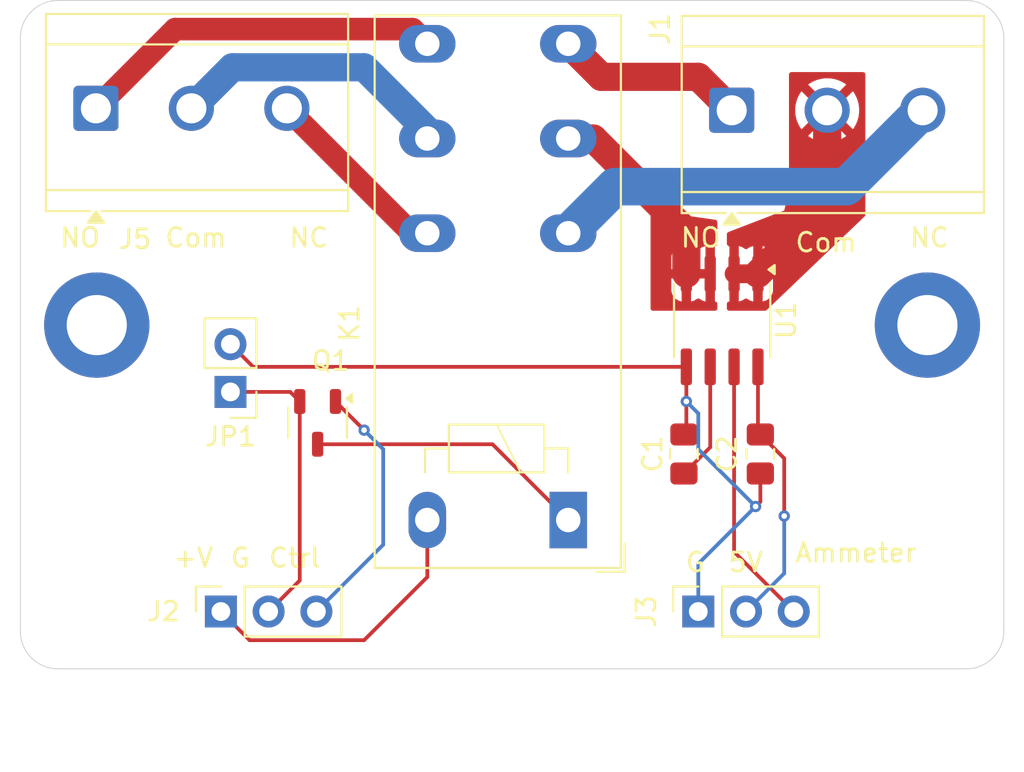
<source format=kicad_pcb>
(kicad_pcb (version 20241229) (generator "pcbnew") (generator_version "9.0")
  (layers (0 "F.Cu" signal) (2 "B.Cu" signal) (13 "F.Paste" user) (15 "B.Paste" user) (5 "F.SilkS" user "F.Silkscreen") (7 "B.SilkS" user "B.Silkscreen") (1 "F.Mask" user) (3 "B.Mask" user) (25 "Edge.Cuts" user))
  (net 0 "")
  (net 1 "Net-(U1-FILTER)")
  (net 2 "GND")
  (net 3 "Net-(J1-Pin_2)")
  (net 4 "Net-(J1-Pin_1)")
  (net 5 "Net-(J2-Pin_1)")
  (net 6 "Net-(J2-Pin_3)")
  (net 7 "GNDPWR")
  (net 8 "Net-(Q1-D)")
  (net 9 "Net-(J1-Pin_3)")
  (net 10 "Net-(J3-Pin_2)")
  (net 11 "Net-(J3-Pin_3)")
  (net 12 "Net-(K1-Pad11)")
  (net 13 "Net-(J5-Pin_1)")
  (net 14 "Net-(J5-Pin_3)")
  (net 15 "Net-(J5-Pin_2)")
  (footprint "Connector_PinHeader_2.54mm:PinHeader_1x02_P2.54mm_Vertical" (layer "F.Cu") (at 74.168 59.436 180)
    (property "Reference" "JP1" (at 0 -2.38 0) (layer "F.SilkS"))
    (property "Value" "Jumper_2_Open")
    (fp_line (start 1.38 1.27) (end 1.38 3.92) (stroke (width 0.12)) (layer "F.SilkS"))
    (fp_line (start -1.38 3.92) (end 1.38 3.92) (stroke (width 0.12)) (layer "F.SilkS"))
    (fp_line (start -1.38 1.27) (end 1.38 1.27) (stroke (width 0.12)) (layer "F.SilkS"))
    (fp_line (start -1.38 1.27) (end -1.38 3.92) (stroke (width 0.12)) (layer "F.SilkS"))
    (fp_line (start -1.38 0) (end -1.38 -1.38) (stroke (width 0.12)) (layer "F.SilkS"))
    (fp_line (start -1.38 -1.38) (end 0 -1.38) (stroke (width 0.12)) (layer "F.SilkS"))
    (pad "1" thru_hole rect (at 0 0 180) (size 1.7 1.7) (drill 1) (layers "*.Cu" "*.Mask") (net 7 "GNDPWR"))
    (pad "2" thru_hole circle (at 0 2.54 180) (size 1.7 1.7) (drill 1) (layers "*.Cu" "*.Mask") (net 2 "GND"))
  )
  (footprint "MountingHole:MountingHole_3.2mm_M3_DIN965_Pad_TopBottom" (layer "F.Cu") (at 67.056 55.88)
    (property "Reference" "H1" (hide yes))
    (property "Value" "MountingHole")
    (pad "1" thru_hole circle (at 0 0) (size 3.6 3.6) (drill 3.2) (layers "*.Cu" "*.Mask"))
    (pad "1" connect circle (at 0 0) (size 5.6 5.6) (layers "F.Cu" "F.Mask"))
    (pad "1" connect circle (at 0 0) (size 5.6 5.6) (layers "B.Cu" "B.Mask"))
  )
  (footprint "Package_SO:SOIC-8_3.9x4.9mm_P1.27mm" (layer "F.Cu") (at 100.33 55.626 -90)
    (property "Reference" "U1" (at 0 -3.4 90) (layer "F.SilkS"))
    (property "Value" "ACS712xLCTR-05B")
    (fp_line (start 0 2.56) (end -1.95 2.56) (stroke (width 0.12)) (layer "F.SilkS"))
    (fp_line (start 0 2.56) (end 1.95 2.56) (stroke (width 0.12)) (layer "F.SilkS"))
    (fp_line (start 0 -2.56) (end -1.95 -2.56) (stroke (width 0.12)) (layer "F.SilkS"))
    (fp_line (start 0 -2.56) (end 1.95 -2.56) (stroke (width 0.12)) (layer "F.SilkS"))
    (fp_poly (pts (xy -2.7 -2.465) (xy -2.94 -2.795) (xy -2.46 -2.795)) (stroke (width 0.12)) (fill yes) (layer "F.SilkS"))
    (pad "1" smd roundrect (at -2.475 -1.905 270) (size 1.95 0.6) (layers "F.Cu" "F.Mask" "F.Paste") (net 3 "Net-(J1-Pin_2)"))
    (pad "2" smd roundrect (at -2.475 -0.635 270) (size 1.95 0.6) (layers "F.Cu" "F.Mask" "F.Paste") (net 3 "Net-(J1-Pin_2)"))
    (pad "3" smd roundrect (at -2.475 0.635 270) (size 1.95 0.6) (layers "F.Cu" "F.Mask" "F.Paste") (net 12 "Net-(K1-Pad11)"))
    (pad "4" smd roundrect (at -2.475 1.905 270) (size 1.95 0.6) (layers "F.Cu" "F.Mask" "F.Paste") (net 12 "Net-(K1-Pad11)"))
    (pad "5" smd roundrect (at 2.475 1.905 270) (size 1.95 0.6) (layers "F.Cu" "F.Mask" "F.Paste") (net 2 "GND"))
    (pad "6" smd roundrect (at 2.475 0.635 270) (size 1.95 0.6) (layers "F.Cu" "F.Mask" "F.Paste") (net 1 "Net-(U1-FILTER)"))
    (pad "7" smd roundrect (at 2.475 -0.635 270) (size 1.95 0.6) (layers "F.Cu" "F.Mask" "F.Paste") (net 11 "Net-(J3-Pin_3)"))
    (pad "8" smd roundrect (at 2.475 -1.905 270) (size 1.95 0.6) (layers "F.Cu" "F.Mask" "F.Paste") (net 10 "Net-(J3-Pin_2)"))
  )
  (footprint "Capacitor_SMD:C_0805_2012Metric_Pad1.18x1.45mm_HandSolder" (layer "F.Cu") (at 98.298 62.738 90)
    (property "Reference" "C1" (at 0 -1.68 90) (layer "F.SilkS"))
    (property "Value" "1nF")
    (fp_line (start -0.261252 -0.735) (end 0.261252 -0.735) (stroke (width 0.12)) (layer "F.SilkS"))
    (fp_line (start -0.261252 0.735) (end 0.261252 0.735) (stroke (width 0.12)) (layer "F.SilkS"))
    (pad "1" smd roundrect (at -1.0375 0 90) (size 1.175 1.45) (layers "F.Cu" "F.Mask" "F.Paste") (roundrect_rratio 0.212766) (net 1 "Net-(U1-FILTER)"))
    (pad "2" smd roundrect (at 1.0375 0 90) (size 1.175 1.45) (layers "F.Cu" "F.Mask" "F.Paste") (roundrect_rratio 0.212766) (net 2 "GND"))
  )
  (footprint "Relay_THT:Relay_DPDT_Schrack-RT2-FormC_RM5mm" (layer "F.Cu") (at 92.142 66.252 90)
    (property "Reference" "K1" (at 10.468 -11.632 90) (layer "F.SilkS"))
    (property "Value" "RTE2xAxx")
    (fp_line (start 26.85 -10.3) (end -2.55 -10.3) (stroke (width 0.12)) (layer "F.SilkS"))
    (fp_line (start -2.55 -10.3) (end -2.55 2.8) (stroke (width 0.12)) (layer "F.SilkS"))
    (fp_line (start 3.81 -7.62) (end 2.54 -7.62) (stroke (width 0.12)) (layer "F.SilkS"))
    (fp_line (start 5.08 -6.35) (end 2.54 -6.35) (stroke (width 0.12)) (layer "F.SilkS"))
    (fp_line (start 3.81 -6.35) (end 3.81 -7.62) (stroke (width 0.12)) (layer "F.SilkS"))
    (fp_line (start 2.54 -6.35) (end 2.54 -1.27) (stroke (width 0.12)) (layer "F.SilkS"))
    (fp_line (start 2.54 -2.54) (end 5.08 -3.81) (stroke (width 0.1)) (layer "F.SilkS"))
    (fp_line (start 5.08 -1.27) (end 5.08 -6.35) (stroke (width 0.12)) (layer "F.SilkS"))
    (fp_line (start 3.81 -1.27) (end 5.08 -1.27) (stroke (width 0.12)) (layer "F.SilkS"))
    (fp_line (start 2.54 -1.27) (end 3.81 -1.27) (stroke (width 0.12)) (layer "F.SilkS"))
    (fp_line (start 3.81 0) (end 3.81 -1.27) (stroke (width 0.12)) (layer "F.SilkS"))
    (fp_line (start 2.54 0) (end 3.81 0) (stroke (width 0.12)) (layer "F.SilkS"))
    (fp_line (start -2.75 1.5) (end -2.75 3) (stroke (width 0.12)) (layer "F.SilkS"))
    (fp_line (start 26.85 2.8) (end 26.85 -10.3) (stroke (width 0.12)) (layer "F.SilkS"))
    (fp_line (start -2.55 2.8) (end 26.85 2.8) (stroke (width 0.12)) (layer "F.SilkS"))
    (fp_line (start -2.75 3) (end -1.25 3) (stroke (width 0.12)) (layer "F.SilkS"))
    (pad "11" thru_hole oval (at 20.3 0 270) (size 2 3) (drill 1.3) (layers "*.Cu" "*.Mask") (net 12 "Net-(K1-Pad11)"))
    (pad "12" thru_hole oval (at 15.26 0 270) (size 2 3) (drill 1.3) (layers "*.Cu" "*.Mask") (net 9 "Net-(J1-Pin_3)"))
    (pad "14" thru_hole oval (at 25.34 0 270) (size 2 3) (drill 1.3) (layers "*.Cu" "*.Mask") (net 4 "Net-(J1-Pin_1)"))
    (pad "21" thru_hole oval (at 20.3 -7.5 270) (size 2 3) (drill 1.3) (layers "*.Cu" "*.Mask") (net 15 "Net-(J5-Pin_2)"))
    (pad "22" thru_hole oval (at 15.26 -7.5 270) (size 2 3) (drill 1.3) (layers "*.Cu" "*.Mask") (net 14 "Net-(J5-Pin_3)"))
    (pad "24" thru_hole oval (at 25.34 -7.5 270) (size 2 3) (drill 1.3) (layers "*.Cu" "*.Mask") (net 13 "Net-(J5-Pin_1)"))
    (pad "A1" thru_hole rect (at 0 0 270) (size 3 2) (drill 1.3) (layers "*.Cu" "*.Mask") (net 8 "Net-(Q1-D)"))
    (pad "A2" thru_hole oval (at 0 -7.5 270) (size 3 2) (drill 1.3) (layers "*.Cu" "*.Mask") (net 5 "Net-(J2-Pin_1)"))
  )
  (footprint "Connector_PinSocket_2.54mm:PinSocket_1x03_P2.54mm_Vertical" (layer "F.Cu") (at 73.66 71.12 90)
    (property "Reference" "J2" (at 0 -3.048 180) (layer "F.SilkS"))
    (property "Value" "Screw_Terminal_01x03")
    (fp_line (start 1.33 -1.33) (end 1.33 0) (stroke (width 0.12)) (layer "F.SilkS"))
    (fp_line (start 0 -1.33) (end 1.33 -1.33) (stroke (width 0.12)) (layer "F.SilkS"))
    (fp_line (start 1.33 1.27) (end 1.33 6.41) (stroke (width 0.12)) (layer "F.SilkS"))
    (fp_line (start -1.33 1.27) (end 1.33 1.27) (stroke (width 0.12)) (layer "F.SilkS"))
    (fp_line (start -1.33 1.27) (end -1.33 6.41) (stroke (width 0.12)) (layer "F.SilkS"))
    (fp_line (start -1.33 6.41) (end 1.33 6.41) (stroke (width 0.12)) (layer "F.SilkS"))
    (pad "1" thru_hole rect (at 0 0 90) (size 1.7 1.7) (drill 1) (layers "*.Cu" "*.Mask") (net 5 "Net-(J2-Pin_1)"))
    (pad "2" thru_hole circle (at 0 2.54 90) (size 1.7 1.7) (drill 1) (layers "*.Cu" "*.Mask") (net 7 "GNDPWR"))
    (pad "3" thru_hole circle (at 0 5.08 90) (size 1.7 1.7) (drill 1) (layers "*.Cu" "*.Mask") (net 6 "Net-(J2-Pin_3)"))
  )
  (footprint "MountingHole:MountingHole_3.2mm_M3_DIN965_Pad_TopBottom" (layer "F.Cu") (at 111.252 55.88)
    (property "Reference" "H2" (hide yes))
    (property "Value" "MountingHole")
    (pad "1" thru_hole circle (at 0 0) (size 3.6 3.6) (drill 3.2) (layers "*.Cu" "*.Mask"))
    (pad "1" connect circle (at 0 0) (size 5.6 5.6) (layers "F.Cu" "F.Mask"))
    (pad "1" connect circle (at 0 0) (size 5.6 5.6) (layers "B.Cu" "B.Mask"))
  )
  (footprint "Connector_PinSocket_2.54mm:PinSocket_1x03_P2.54mm_Vertical" (layer "F.Cu") (at 99.06 71.12 90)
    (property "Reference" "J3" (at 0 -2.77 90) (layer "F.SilkS"))
    (property "Value" "Screw_Terminal_01x03")
    (fp_line (start 1.33 -1.33) (end 1.33 0) (stroke (width 0.12)) (layer "F.SilkS"))
    (fp_line (start 0 -1.33) (end 1.33 -1.33) (stroke (width 0.12)) (layer "F.SilkS"))
    (fp_line (start 1.33 1.27) (end 1.33 6.41) (stroke (width 0.12)) (layer "F.SilkS"))
    (fp_line (start -1.33 1.27) (end 1.33 1.27) (stroke (width 0.12)) (layer "F.SilkS"))
    (fp_line (start -1.33 1.27) (end -1.33 6.41) (stroke (width 0.12)) (layer "F.SilkS"))
    (fp_line (start -1.33 6.41) (end 1.33 6.41) (stroke (width 0.12)) (layer "F.SilkS"))
    (pad "1" thru_hole rect (at 0 0 90) (size 1.7 1.7) (drill 1) (layers "*.Cu" "*.Mask") (net 2 "GND"))
    (pad "2" thru_hole circle (at 0 2.54 90) (size 1.7 1.7) (drill 1) (layers "*.Cu" "*.Mask") (net 10 "Net-(J3-Pin_2)"))
    (pad "3" thru_hole circle (at 0 5.08 90) (size 1.7 1.7) (drill 1) (layers "*.Cu" "*.Mask") (net 11 "Net-(J3-Pin_3)"))
  )
  (footprint "Package_TO_SOT_SMD:SOT-23-3" (layer "F.Cu") (at 78.806 61.0815 -90)
    (property "Reference" "Q1" (at -3.302 -0.696 180) (layer "F.SilkS"))
    (property "Value" "NMOS")
    (fp_line (start 0 1.56) (end -0.8 1.56) (stroke (width 0.12)) (layer "F.SilkS"))
    (fp_line (start 0 1.56) (end 0.8 1.56) (stroke (width 0.12)) (layer "F.SilkS"))
    (fp_line (start 0 -1.56) (end -0.8 -1.56) (stroke (width 0.12)) (layer "F.SilkS"))
    (fp_line (start 0 -1.56) (end 0.8 -1.56) (stroke (width 0.12)) (layer "F.SilkS"))
    (fp_poly (pts (xy -1.3 -1.51) (xy -1.54 -1.84) (xy -1.06 -1.84)) (stroke (width 0.12)) (fill yes) (layer "F.SilkS"))
    (pad "1" smd roundrect (at -1.1375 -0.95 270) (size 1.325 0.6) (layers "F.Cu" "F.Mask" "F.Paste") (net 6 "Net-(J2-Pin_3)"))
    (pad "2" smd roundrect (at -1.1375 0.95 270) (size 1.325 0.6) (layers "F.Cu" "F.Mask" "F.Paste") (net 7 "GNDPWR"))
    (pad "3" smd roundrect (at 1.1375 0 270) (size 1.325 0.6) (layers "F.Cu" "F.Mask" "F.Paste") (net 8 "Net-(Q1-D)"))
  )
  (footprint "TerminalBlock_CUI:TerminalBlock_CUI_TB007-508-03_1x03_P5.08mm_Horizontal" (layer "F.Cu") (at 67.01 44.3465)
    (property "Reference" "J5" (at 2.078 6.9615 0) (layer "F.SilkS"))
    (property "Value" "Screw_Terminal_01x03")
    (fp_line (start -2.66 -5.02) (end 13.42 -5.02) (stroke (width 0.12)) (layer "F.SilkS"))
    (fp_line (start -2.66 -3.4) (end 13.42 -3.4) (stroke (width 0.12)) (layer "F.SilkS"))
    (fp_line (start -2.66 4.35) (end 13.42 4.35) (stroke (width 0.12)) (layer "F.SilkS"))
    (fp_line (start -2.66 5.47) (end -2.66 -5.02) (stroke (width 0.12)) (layer "F.SilkS"))
    (fp_line (start -0.3 5.47) (end -2.66 5.47) (stroke (width 0.12)) (layer "F.SilkS"))
    (fp_line (start 13.42 -5.02) (end 13.42 5.47) (stroke (width 0.12)) (layer "F.SilkS"))
    (fp_line (start 13.42 5.47) (end 0.3 5.47) (stroke (width 0.12)) (layer "F.SilkS"))
    (fp_poly (pts (xy 0 5.47) (xy 0.44 6.08) (xy -0.44 6.08)) (stroke (width 0.12)) (fill yes) (layer "F.SilkS"))
    (pad "1" thru_hole roundrect (at 0 0) (size 2.4 2.4) (drill 1.6) (layers "*.Cu" "*.Mask") (roundrect_rratio 0.104167) (net 13 "Net-(J5-Pin_1)"))
    (pad "2" thru_hole circle (at 5.08 0) (size 2.4 2.4) (drill 1.6) (layers "*.Cu" "*.Mask") (net 15 "Net-(J5-Pin_2)"))
    (pad "3" thru_hole circle (at 10.16 0) (size 2.4 2.4) (drill 1.6) (layers "*.Cu" "*.Mask") (net 14 "Net-(J5-Pin_3)"))
  )
  (footprint "TerminalBlock_CUI:TerminalBlock_CUI_TB007-508-03_1x03_P5.08mm_Horizontal" (layer "F.Cu") (at 100.838 44.45)
    (property "Reference" "J1" (at -3.81 -4.318 90) (layer "F.SilkS"))
    (property "Value" "Screw_Terminal_01x03")
    (fp_line (start -2.66 -5.02) (end 13.42 -5.02) (stroke (width 0.12)) (layer "F.SilkS"))
    (fp_line (start -2.66 -3.4) (end 13.42 -3.4) (stroke (width 0.12)) (layer "F.SilkS"))
    (fp_line (start -2.66 4.35) (end 13.42 4.35) (stroke (width 0.12)) (layer "F.SilkS"))
    (fp_line (start -2.66 5.47) (end -2.66 -5.02) (stroke (width 0.12)) (layer "F.SilkS"))
    (fp_line (start -0.3 5.47) (end -2.66 5.47) (stroke (width 0.12)) (layer "F.SilkS"))
    (fp_line (start 13.42 -5.02) (end 13.42 5.47) (stroke (width 0.12)) (layer "F.SilkS"))
    (fp_line (start 13.42 5.47) (end 0.3 5.47) (stroke (width 0.12)) (layer "F.SilkS"))
    (fp_poly (pts (xy 0 5.47) (xy 0.44 6.08) (xy -0.44 6.08)) (stroke (width 0.12)) (fill yes) (layer "F.SilkS"))
    (pad "1" thru_hole roundrect (at 0 0) (size 2.4 2.4) (drill 1.6) (layers "*.Cu" "*.Mask") (roundrect_rratio 0.104167) (net 4 "Net-(J1-Pin_1)"))
    (pad "2" thru_hole circle (at 5.08 0) (size 2.4 2.4) (drill 1.6) (layers "*.Cu" "*.Mask") (net 3 "Net-(J1-Pin_2)"))
    (pad "3" thru_hole circle (at 10.16 0) (size 2.4 2.4) (drill 1.6) (layers "*.Cu" "*.Mask") (net 9 "Net-(J1-Pin_3)"))
  )
  (footprint "Capacitor_SMD:C_0805_2012Metric_Pad1.18x1.45mm_HandSolder" (layer "F.Cu") (at 102.362 62.738 -90)
    (property "Reference" "C2" (at 0 1.778 90) (layer "F.SilkS"))
    (property "Value" "0.1uF")
    (fp_line (start -0.261252 0.735) (end 0.261252 0.735) (stroke (width 0.12)) (layer "F.SilkS"))
    (fp_line (start -0.261252 -0.735) (end 0.261252 -0.735) (stroke (width 0.12)) (layer "F.SilkS"))
    (pad "1" smd roundrect (at -1.0375 0 270) (size 1.175 1.45) (layers "F.Cu" "F.Mask" "F.Paste") (roundrect_rratio 0.212766) (net 10 "Net-(J3-Pin_2)"))
    (pad "2" smd roundrect (at 1.0375 0 270) (size 1.175 1.45) (layers "F.Cu" "F.Mask" "F.Paste") (roundrect_rratio 0.212766) (net 2 "GND"))
  )
  (gr_line (start 115.316 40.608) (end 115.316 72.168) (stroke (width 0.05)) (layer "Edge.Cuts"))
  (gr_arc (start 62.992 40.608) (mid 63.577786 39.193786) (end 64.992 38.608) (stroke (width 0.05)) (layer "Edge.Cuts"))
  (gr_arc (start 113.316 38.608) (mid 114.730214 39.193786) (end 115.316 40.608) (stroke (width 0.05)) (layer "Edge.Cuts"))
  (gr_line (start 113.316 74.168) (end 64.992 74.168) (stroke (width 0.05)) (layer "Edge.Cuts"))
  (gr_line (start 64.992 38.608) (end 113.316 38.608) (stroke (width 0.05)) (layer "Edge.Cuts"))
  (gr_line (start 62.992 72.168) (end 62.992 40.608) (stroke (width 0.05)) (layer "Edge.Cuts"))
  (gr_arc (start 115.316 72.168) (mid 114.730214 73.582214) (end 113.316 74.168) (stroke (width 0.05)) (layer "Edge.Cuts"))
  (gr_arc (start 64.992 74.168) (mid 63.577786 73.582214) (end 62.992 72.168) (stroke (width 0.05)) (layer "Edge.Cuts"))
  (gr_text "5V" (at 100.584 69.088 0) (layer "F.SilkS") (effects (font (size 1 1)) (justify left bottom)))
  (gr_text "NO" (at 98.044 51.816 0) (layer "F.SilkS") (effects (font (size 1 1)) (justify left bottom)))
  (gr_text "NO" (at 65.024 51.816 0) (layer "F.SilkS") (effects (font (size 1 1)) (justify left bottom)))
  (gr_text "Ctrl\n" (at 76.128 68.852 0) (layer "F.SilkS") (effects (font (size 1 1)) (justify left bottom)))
  (gr_text "NC" (at 77.216 51.816 0) (layer "F.SilkS") (effects (font (size 1 1)) (justify left bottom)))
  (gr_text "Ammeter" (at 104.14 68.58 0) (layer "F.SilkS") (effects (font (size 1 1)) (justify left bottom)))
  (gr_text "G" (at 74.096 68.852 0) (layer "F.SilkS") (effects (font (size 1 1)) (justify left bottom)))
  (gr_text "G" (at 98.298 69.088 0) (layer "F.SilkS") (effects (font (size 1 1)) (justify left bottom)))
  (gr_text "Com" (at 104.14 52.07 0) (layer "F.SilkS") (effects (font (size 1 1)) (justify left bottom)))
  (gr_text "NC" (at 110.236 51.816 0) (layer "F.SilkS") (effects (font (size 1 1)) (justify left bottom)))
  (gr_text "+V" (at 71.048 68.852 0) (layer "F.SilkS") (effects (font (size 1 1)) (justify left bottom)))
  (gr_text "Com" (at 70.612 51.816 0) (layer "F.SilkS") (effects (font (size 1 1)) (justify left bottom)))
  (segment (start 99.695 62.3785) (end 99.695 58.101) (width 0.2) (layer "F.Cu") (net 1))
  (segment (start 98.298 63.7755) (end 99.695 62.3785) (width 0.2) (layer "F.Cu") (net 1))
  (segment (start 102.362 65.278) (end 102.108 65.532) (width 0.2) (layer "F.Cu") (net 2))
  (segment (start 98.425 58.101) (end 98.425 61.5735) (width 0.2) (layer "F.Cu") (net 2))
  (segment (start 75.373 58.101) (end 98.425 58.101) (width 0.2) (layer "F.Cu") (net 2))
  (segment (start 74.168 56.896) (end 75.373 58.101) (width 0.2) (layer "F.Cu") (net 2))
  (segment (start 102.362 63.7755) (end 102.362 65.278) (width 0.2) (layer "F.Cu") (net 2))
  (segment (start 98.425 61.5735) (end 98.298 61.7005) (width 0.2) (layer "F.Cu") (net 2))
  (via (at 98.425 59.944) (size 0.6) (drill 0.3) (layers "F.Cu" "B.Cu") (net 2))
  (via (at 102.108 65.532) (size 0.6) (drill 0.3) (layers "F.Cu" "B.Cu") (net 2))
  (segment (start 99.06 62.484) (end 102.108 65.532) (width 0.2) (layer "B.Cu") (net 2))
  (segment (start 99.06 60.579) (end 99.06 62.484) (width 0.2) (layer "B.Cu") (net 2))
  (segment (start 99.06 68.58) (end 102.108 65.532) (width 0.2) (layer "B.Cu") (net 2))
  (segment (start 98.425 59.944) (end 99.06 60.579) (width 0.2) (layer "B.Cu") (net 2))
  (segment (start 99.06 71.12) (end 99.06 68.58) (width 0.2) (layer "B.Cu") (net 2))
  (segment (start 100.965 53.151) (end 102.235 53.151) (width 1) (layer "F.Cu") (net 3))
  (segment (start 105.918 49.468) (end 105.918 44.45) (width 1.5) (layer "F.Cu") (net 3))
  (segment (start 102.235 53.151) (end 105.918 49.468) (width 1.5) (layer "F.Cu") (net 3))
  (segment (start 92.142 40.912) (end 93.902 42.672) (width 1.5) (layer "F.Cu") (net 4))
  (segment (start 99.06 42.672) (end 100.838 44.45) (width 1.5) (layer "F.Cu") (net 4))
  (segment (start 93.902 42.672) (end 99.06 42.672) (width 1.5) (layer "F.Cu") (net 4))
  (segment (start 75.184 72.644) (end 81.28 72.644) (width 0.2) (layer "F.Cu") (net 5))
  (segment (start 81.28 72.644) (end 84.642 69.282) (width 0.2) (layer "F.Cu") (net 5))
  (segment (start 73.66 71.12) (end 75.184 72.644) (width 0.2) (layer "F.Cu") (net 5))
  (segment (start 84.642 69.282) (end 84.642 66.252) (width 0.2) (layer "F.Cu") (net 5))
  (segment (start 81.28 61.468) (end 79.756 59.944) (width 0.2) (layer "F.Cu") (net 6))
  (via (at 81.28 61.468) (size 0.6) (drill 0.3) (layers "F.Cu" "B.Cu") (net 6))
  (segment (start 81.28 61.468) (end 82.296 62.484) (width 0.2) (layer "B.Cu") (net 6))
  (segment (start 82.296 67.564) (end 78.74 71.12) (width 0.2) (layer "B.Cu") (net 6))
  (segment (start 82.296 62.484) (end 82.296 67.564) (width 0.2) (layer "B.Cu") (net 6))
  (segment (start 77.856 69.464) (end 77.856 59.944) (width 0.2) (layer "F.Cu") (net 7))
  (segment (start 76.2 71.12) (end 77.856 69.464) (width 0.2) (layer "F.Cu") (net 7))
  (segment (start 74.168 59.436) (end 77.348 59.436) (width 0.2) (layer "F.Cu") (net 7))
  (segment (start 77.348 59.436) (end 77.856 59.944) (width 0.2) (layer "F.Cu") (net 7))
  (segment (start 88.109 62.219) (end 92.142 66.252) (width 0.2) (layer "F.Cu") (net 8))
  (segment (start 78.806 62.219) (end 88.109 62.219) (width 0.2) (layer "F.Cu") (net 8))
  (segment (start 106.934 48.514) (end 94.62 48.514) (width 2) (layer "B.Cu") (net 9))
  (segment (start 110.998 44.45) (end 106.934 48.514) (width 2) (layer "B.Cu") (net 9))
  (segment (start 94.62 48.514) (end 92.142 50.992) (width 2) (layer "B.Cu") (net 9))
  (segment (start 103.632 62.9705) (end 103.632 66.04) (width 0.2) (layer "F.Cu") (net 10))
  (segment (start 102.362 61.7005) (end 103.632 62.9705) (width 0.2) (layer "F.Cu") (net 10))
  (segment (start 102.235 61.5735) (end 102.362 61.7005) (width 0.2) (layer "F.Cu") (net 10))
  (segment (start 102.235 58.101) (end 102.235 61.5735) (width 0.2) (layer "F.Cu") (net 10))
  (via (at 103.632 66.04) (size 0.6) (drill 0.3) (layers "F.Cu" "B.Cu") (net 10))
  (segment (start 103.632 69.088) (end 103.632 66.04) (width 0.2) (layer "B.Cu") (net 10))
  (segment (start 101.6 71.12) (end 103.632 69.088) (width 0.2) (layer "B.Cu") (net 10))
  (segment (start 100.965 67.945) (end 104.14 71.12) (width 0.2) (layer "F.Cu") (net 11))
  (segment (start 100.965 58.101) (end 100.965 67.945) (width 0.2) (layer "F.Cu") (net 11))
  (segment (start 92.142 45.952) (end 93.470999 45.952) (width 1.5) (layer "F.Cu") (net 12))
  (segment (start 93.470999 45.952) (end 98.425 50.906001) (width 1.5) (layer "F.Cu") (net 12))
  (segment (start 98.425 50.906001) (end 98.425 53.151) (width 1.5) (layer "F.Cu") (net 12))
  (segment (start 84.642 40.912) (end 83.862 40.132) (width 1.2) (layer "F.Cu") (net 13))
  (segment (start 71.2245 40.132) (end 67.01 44.3465) (width 1.2) (layer "F.Cu") (net 13))
  (segment (start 83.862 40.132) (end 71.2245 40.132) (width 1.2) (layer "F.Cu") (net 13))
  (segment (start 83.8155 50.992) (end 84.642 50.992) (width 1.2) (layer "F.Cu") (net 14))
  (segment (start 77.17 44.3465) (end 83.8155 50.992) (width 1.2) (layer "F.Cu") (net 14))
  (segment (start 81.28 42.164) (end 84.642 45.526) (width 1.5) (layer "B.Cu") (net 15))
  (segment (start 74.2725 42.164) (end 81.28 42.164) (width 1.5) (layer "B.Cu") (net 15))
  (segment (start 72.09 44.3465) (end 74.2725 42.164) (width 1.5) (layer "B.Cu") (net 15))
  (segment (start 84.642 45.526) (end 84.642 45.952) (width 1.5) (layer "B.Cu") (net 15))
  (zone (net 12) (net_name "Net-(K1-Pad11)") (layer "F.Cu") (priority 1) (connect_pads (clearance 0.5)) (min_thickness 0.25) (fill yes (thermal_gap 0.5) (thermal_bridge_width 0.5))
    (polygon (pts (xy 100.076 55.118) (xy 96.52 55.118) (xy 96.52 52.705) (xy 96.52 49.784) (xy 100.076 50.292)))
  )
  (zone (net 3) (net_name "Net-(J1-Pin_2)") (layer "F.Cu") (connect_pads (clearance 0.5)) (min_thickness 0.25) (fill yes (thermal_gap 0.5) (thermal_bridge_width 0.5))
    (polygon (pts (xy 107.95 42.418) (xy 107.95 50.060225) (xy 102.660824 55.118) (xy 100.33 55.118) (xy 100.33 51.054) (xy 103.632 49.784) (xy 103.886 48.768001) (xy 103.886 42.418)))
  )
)
</source>
